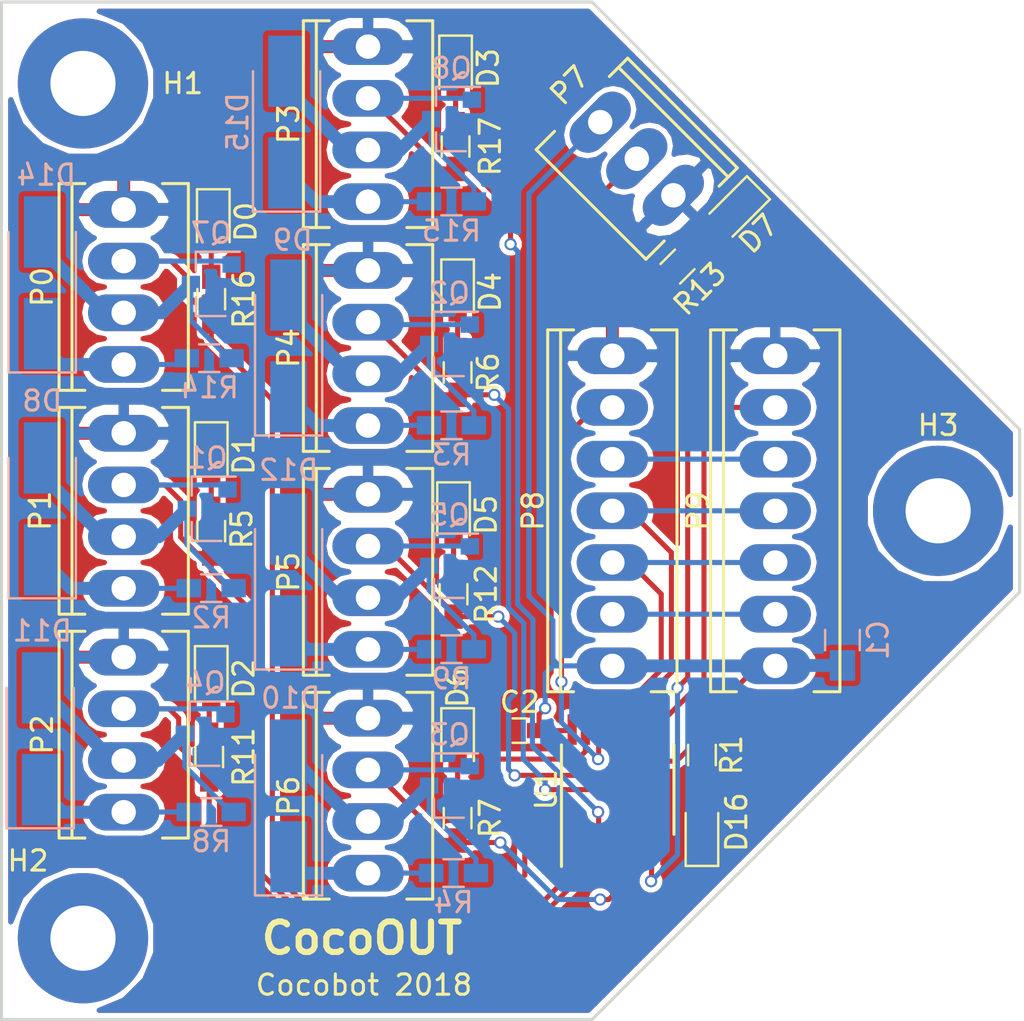
<source format=kicad_pcb>
(kicad_pcb (version 4) (host pcbnew 4.0.6)
  (layers (0 F.Cu signal) (31 B.Cu signal) (34 B.Paste user) (35 F.Paste user) (36 B.SilkS user) (37 F.SilkS user) (38 B.Mask user) (39 F.Mask user) (44 Edge.Cuts user))
  (net 0 "")
  (net 1 +3V3)
  (net 2 GND)
  (net 3 "Net-(D0-Pad2)")
  (net 4 "Net-(D1-Pad2)")
  (net 5 "Net-(D2-Pad2)")
  (net 6 "Net-(D3-Pad2)")
  (net 7 "Net-(D4-Pad2)")
  (net 8 "Net-(D5-Pad2)")
  (net 9 "Net-(D6-Pad2)")
  (net 10 "Net-(D7-Pad2)")
  (net 11 "Net-(D8-Pad2)")
  (net 12 "Net-(D9-Pad2)")
  (net 13 "Net-(D10-Pad2)")
  (net 14 "Net-(D11-Pad2)")
  (net 15 "Net-(D12-Pad2)")
  (net 16 "Net-(D14-Pad2)")
  (net 17 "Net-(D15-Pad2)")
  (net 18 "Net-(D16-Pad2)")
  (net 19 /ch0_3v3)
  (net 20 /ch1_3v3)
  (net 21 /ch2_3v3)
  (net 22 /ch3_3v3)
  (net 23 /ch4_3v3)
  (net 24 /ch5_3v3)
  (net 25 /ch6_3v3)
  (net 26 /ch7_3v3)
  (net 27 /set_output_3v3)
  (net 28 /sck_3v3)
  (net 29 /miso_3v3)
  (net 30 /mosi_3v3)
  (net 31 /load_input_3v3)
  (net 32 "Net-(P9-Pad6)")
  (net 33 "Net-(D8-Pad1)")
  (net 34 "Net-(D9-Pad1)")
  (net 35 "Net-(D10-Pad1)")
  (net 36 "Net-(D11-Pad1)")
  (net 37 "Net-(D12-Pad1)")
  (net 38 "Net-(D14-Pad1)")
  (net 39 "Net-(D15-Pad1)")
  (module Capacitors_SMD:C_0805_HandSoldering (layer B.Cu) (at 91.3 81.35 90)
    (fp_text reference C1 (at 0 1.75 90) (layer B.SilkS) (effects (justify mirror)))
    (fp_text value 10u)
    (pad 1 smd rect (at -1.25 0 90) (size 1.5 1.25) (layers B.Cu B.Paste B.Mask) (net 1 +3V3))
    (pad 2 smd rect (at 1.25 0 90) (size 1.5 1.25) (layers B.Cu B.Paste B.Mask) (net 2 GND))
  )
  (module Capacitors_SMD:C_0603_HandSoldering (layer F.Cu) (at 75.45 85.8 180)
    (fp_text reference C2 (at 0 1.4 180) (layer F.SilkS))
    (fp_text value 100n)
    (pad 1 smd rect (at -0.95 0 180) (size 1.2 0.75) (layers F.Cu F.Paste F.Mask) (net 1 +3V3))
    (pad 2 smd rect (at 0.95 0 180) (size 1.2 0.75) (layers F.Cu F.Paste F.Mask) (net 2 GND))
  )
  (module Diodes_SMD:D_0805 (layer F.Cu) (at 60.4 60.8 270)
    (fp_text reference D0 (at 0 -1.6 270) (layer F.SilkS))
    (fp_text value LED)
    (pad 1 smd rect (at -1.05 0 270) (size 0.8 0.9) (layers F.Cu F.Paste F.Mask) (net 2 GND))
    (pad 2 smd rect (at 1.05 0 270) (size 0.8 0.9) (layers F.Cu F.Paste F.Mask) (net 3 "Net-(D0-Pad2)"))
  )
  (module Diodes_SMD:D_0805 (layer F.Cu) (at 60.3 72.25 270)
    (fp_text reference D1 (at 0 -1.6 270) (layer F.SilkS))
    (fp_text value LED)
    (pad 1 smd rect (at -1.05 0 270) (size 0.8 0.9) (layers F.Cu F.Paste F.Mask) (net 2 GND))
    (pad 2 smd rect (at 1.05 0 270) (size 0.8 0.9) (layers F.Cu F.Paste F.Mask) (net 4 "Net-(D1-Pad2)"))
  )
  (module Diodes_SMD:D_0805 (layer F.Cu) (at 60.3 83.25 270)
    (fp_text reference D2 (at 0 -1.6 270) (layer F.SilkS))
    (fp_text value LED)
    (pad 1 smd rect (at -1.05 0 270) (size 0.8 0.9) (layers F.Cu F.Paste F.Mask) (net 2 GND))
    (pad 2 smd rect (at 1.05 0 270) (size 0.8 0.9) (layers F.Cu F.Paste F.Mask) (net 5 "Net-(D2-Pad2)"))
  )
  (module Diodes_SMD:D_0805 (layer F.Cu) (at 72.3 53.25 270)
    (fp_text reference D3 (at 0 -1.6 270) (layer F.SilkS))
    (fp_text value LED)
    (pad 1 smd rect (at -1.05 0 270) (size 0.8 0.9) (layers F.Cu F.Paste F.Mask) (net 2 GND))
    (pad 2 smd rect (at 1.05 0 270) (size 0.8 0.9) (layers F.Cu F.Paste F.Mask) (net 6 "Net-(D3-Pad2)"))
  )
  (module Diodes_SMD:D_0805 (layer F.Cu) (at 72.4 64.25 270)
    (fp_text reference D4 (at 0 -1.6 270) (layer F.SilkS))
    (fp_text value LED)
    (pad 1 smd rect (at -1.05 0 270) (size 0.8 0.9) (layers F.Cu F.Paste F.Mask) (net 2 GND))
    (pad 2 smd rect (at 1.05 0 270) (size 0.8 0.9) (layers F.Cu F.Paste F.Mask) (net 7 "Net-(D4-Pad2)"))
  )
  (module Diodes_SMD:D_0805 (layer F.Cu) (at 72.2 75.2 270)
    (fp_text reference D5 (at 0 -1.6 270) (layer F.SilkS))
    (fp_text value LED)
    (pad 1 smd rect (at -1.05 0 270) (size 0.8 0.9) (layers F.Cu F.Paste F.Mask) (net 2 GND))
    (pad 2 smd rect (at 1.05 0 270) (size 0.8 0.9) (layers F.Cu F.Paste F.Mask) (net 8 "Net-(D5-Pad2)"))
  )
  (module Diodes_SMD:D_0805 (layer F.Cu) (at 72.4 86.3 270)
    (fp_text reference D6 (at -2.6 0 270) (layer F.SilkS))
    (fp_text value LED)
    (pad 1 smd rect (at -1.05 0 270) (size 0.8 0.9) (layers F.Cu F.Paste F.Mask) (net 2 GND))
    (pad 2 smd rect (at 1.05 0 270) (size 0.8 0.9) (layers F.Cu F.Paste F.Mask) (net 9 "Net-(D6-Pad2)"))
  )
  (module Diodes_SMD:D_0805 (layer F.Cu) (at 86.042462 60.257538 225)
    (fp_text reference D7 (at 0 -1.6 225) (layer F.SilkS))
    (fp_text value LED)
    (pad 1 smd rect (at -1.05 0 225) (size 0.8 0.9) (layers F.Cu F.Paste F.Mask) (net 2 GND))
    (pad 2 smd rect (at 1.05 0 225) (size 0.8 0.9) (layers F.Cu F.Paste F.Mask) (net 10 "Net-(D7-Pad2)"))
  )
  (module Diodes_SMD:D_SMA_Handsoldering (layer B.Cu) (at 52 74.9 90)
    (fp_text reference D8 (at 5.3 0 180) (layer B.SilkS) (effects (justify mirror)))
    (fp_text value D)
    (pad 1 smd rect (at -2.5 0 90) (size 3.5 1.8) (layers B.Cu B.Paste B.Mask) (net 33 "Net-(D8-Pad1)"))
    (pad 2 smd rect (at 2.5 0 90) (size 3.5 1.8) (layers B.Cu B.Paste B.Mask) (net 11 "Net-(D8-Pad2)"))
  )
  (module Diodes_SMD:D_SMA_Handsoldering (layer B.Cu) (at 64.1 66.9 90)
    (fp_text reference D9 (at 5.2 0.2 180) (layer B.SilkS) (effects (justify mirror)))
    (fp_text value D)
    (pad 1 smd rect (at -2.5 0 90) (size 3.5 1.8) (layers B.Cu B.Paste B.Mask) (net 34 "Net-(D9-Pad1)"))
    (pad 2 smd rect (at 2.5 0 90) (size 3.5 1.8) (layers B.Cu B.Paste B.Mask) (net 12 "Net-(D9-Pad2)"))
  )
  (module Diodes_SMD:D_SMA_Handsoldering (layer B.Cu) (at 64.1 89.5 90)
    (fp_text reference D10 (at 5.3 0.1 180) (layer B.SilkS) (effects (justify mirror)))
    (fp_text value D)
    (pad 1 smd rect (at -2.5 0 90) (size 3.5 1.8) (layers B.Cu B.Paste B.Mask) (net 35 "Net-(D10-Pad1)"))
    (pad 2 smd rect (at 2.5 0 90) (size 3.5 1.8) (layers B.Cu B.Paste B.Mask) (net 13 "Net-(D10-Pad2)"))
  )
  (module Diodes_SMD:D_SMA_Handsoldering (layer B.Cu) (at 51.9 86.2 90)
    (fp_text reference D11 (at 5.3 0.1 180) (layer B.SilkS) (effects (justify mirror)))
    (fp_text value D)
    (pad 1 smd rect (at -2.5 0 90) (size 3.5 1.8) (layers B.Cu B.Paste B.Mask) (net 36 "Net-(D11-Pad1)"))
    (pad 2 smd rect (at 2.5 0 90) (size 3.5 1.8) (layers B.Cu B.Paste B.Mask) (net 14 "Net-(D11-Pad2)"))
  )
  (module Diodes_SMD:D_SMA_Handsoldering (layer B.Cu) (at 64.1 78.4 90)
    (fp_text reference D12 (at 5.4 0 180) (layer B.SilkS) (effects (justify mirror)))
    (fp_text value D)
    (pad 1 smd rect (at -2.5 0 90) (size 3.5 1.8) (layers B.Cu B.Paste B.Mask) (net 37 "Net-(D12-Pad1)"))
    (pad 2 smd rect (at 2.5 0 90) (size 3.5 1.8) (layers B.Cu B.Paste B.Mask) (net 15 "Net-(D12-Pad2)"))
  )
  (module Diodes_SMD:D_SMA_Handsoldering (layer B.Cu) (at 52 63.8 90)
    (fp_text reference D14 (at 5.3 0.2 180) (layer B.SilkS) (effects (justify mirror)))
    (fp_text value D)
    (pad 1 smd rect (at -2.5 0 90) (size 3.5 1.8) (layers B.Cu B.Paste B.Mask) (net 38 "Net-(D14-Pad1)"))
    (pad 2 smd rect (at 2.5 0 90) (size 3.5 1.8) (layers B.Cu B.Paste B.Mask) (net 16 "Net-(D14-Pad2)"))
  )
  (module Diodes_SMD:D_SMA_Handsoldering (layer B.Cu) (at 64 55.9 90)
    (fp_text reference D15 (at 0 -2.4 270) (layer B.SilkS) (effects (justify mirror)))
    (fp_text value D)
    (pad 1 smd rect (at -2.5 0 90) (size 3.5 1.8) (layers B.Cu B.Paste B.Mask) (net 39 "Net-(D15-Pad1)"))
    (pad 2 smd rect (at 2.5 0 90) (size 3.5 1.8) (layers B.Cu B.Paste B.Mask) (net 17 "Net-(D15-Pad2)"))
  )
  (module Diodes_SMD:D_0805 (layer F.Cu) (at 84.4 90.85 90)
    (fp_text reference D16 (at 0.55 1.7 90) (layer F.SilkS))
    (fp_text value LED)
    (pad 1 smd rect (at -1.05 0 90) (size 0.8 0.9) (layers F.Cu F.Paste F.Mask) (net 2 GND))
    (pad 2 smd rect (at 1.05 0 90) (size 0.8 0.9) (layers F.Cu F.Paste F.Mask) (net 18 "Net-(D16-Pad2)"))
  )
  (module Mounting_Holes:MountingHole_3.2mm_M3_Pad (layer F.Cu) (at 54 54)
    (fp_text reference H1 (at 4.9 0) (layer F.SilkS))
    (fp_text value CONN_01X01)
    (pad 1 thru_hole circle (at 0 0) (size 6.4 6.4) (drill 3.2) (layers *.Cu *.Mask))
  )
  (module Mounting_Holes:MountingHole_3.2mm_M3_Pad (layer F.Cu) (at 54 96)
    (fp_text reference H2 (at -2.7 -3.8) (layer F.SilkS))
    (fp_text value CONN_01X01)
    (pad 1 thru_hole circle (at 0 0) (size 6.4 6.4) (drill 3.2) (layers *.Cu *.Mask))
  )
  (module Mounting_Holes:MountingHole_3.2mm_M3_Pad (layer F.Cu) (at 96 75)
    (fp_text reference H3 (at 0 -4.2) (layer F.SilkS))
    (fp_text value CONN_01X01)
    (pad 1 thru_hole circle (at 0 0) (size 6.4 6.4) (drill 3.2) (layers *.Cu *.Mask))
  )
  (module Sockets_MOLEX_KK-System:Socket_MOLEX-KK-RM2-54mm_Lock_4pin_straight (layer F.Cu) (at 56 64 90)
    (fp_text reference P0 (at 0 -4 90) (layer F.SilkS))
    (fp_text value CONN_01X04)
    (pad 1 thru_hole oval (at -3.81 0 90) (size 1.80086 3.50012) (drill 1.19888) (layers *.Cu *.Mask) (net 38 "Net-(D14-Pad1)"))
    (pad 2 thru_hole oval (at -1.27 0 90) (size 1.80086 3.50012) (drill 1.19888) (layers *.Cu *.Mask) (net 16 "Net-(D14-Pad2)"))
    (pad 3 thru_hole oval (at 1.27 0 90) (size 1.80086 3.50012) (drill 1.19888) (layers *.Cu *.Mask) (net 19 /ch0_3v3))
    (pad 4 thru_hole oval (at 3.81 0 90) (size 1.80086 3.50012) (drill 1.19888) (layers *.Cu *.Mask) (net 2 GND))
  )
  (module Sockets_MOLEX_KK-System:Socket_MOLEX-KK-RM2-54mm_Lock_4pin_straight (layer F.Cu) (at 56 75 90)
    (fp_text reference P1 (at 0 -4.1 90) (layer F.SilkS))
    (fp_text value CONN_01X04)
    (pad 1 thru_hole oval (at -3.81 0 90) (size 1.80086 3.50012) (drill 1.19888) (layers *.Cu *.Mask) (net 33 "Net-(D8-Pad1)"))
    (pad 2 thru_hole oval (at -1.27 0 90) (size 1.80086 3.50012) (drill 1.19888) (layers *.Cu *.Mask) (net 11 "Net-(D8-Pad2)"))
    (pad 3 thru_hole oval (at 1.27 0 90) (size 1.80086 3.50012) (drill 1.19888) (layers *.Cu *.Mask) (net 20 /ch1_3v3))
    (pad 4 thru_hole oval (at 3.81 0 90) (size 1.80086 3.50012) (drill 1.19888) (layers *.Cu *.Mask) (net 2 GND))
  )
  (module Sockets_MOLEX_KK-System:Socket_MOLEX-KK-RM2-54mm_Lock_4pin_straight (layer F.Cu) (at 56 86 90)
    (fp_text reference P2 (at 0 -4 90) (layer F.SilkS))
    (fp_text value CONN_01X04)
    (pad 1 thru_hole oval (at -3.81 0 90) (size 1.80086 3.50012) (drill 1.19888) (layers *.Cu *.Mask) (net 36 "Net-(D11-Pad1)"))
    (pad 2 thru_hole oval (at -1.27 0 90) (size 1.80086 3.50012) (drill 1.19888) (layers *.Cu *.Mask) (net 14 "Net-(D11-Pad2)"))
    (pad 3 thru_hole oval (at 1.27 0 90) (size 1.80086 3.50012) (drill 1.19888) (layers *.Cu *.Mask) (net 21 /ch2_3v3))
    (pad 4 thru_hole oval (at 3.81 0 90) (size 1.80086 3.50012) (drill 1.19888) (layers *.Cu *.Mask) (net 2 GND))
  )
  (module Sockets_MOLEX_KK-System:Socket_MOLEX-KK-RM2-54mm_Lock_4pin_straight (layer F.Cu) (at 68 56 90)
    (fp_text reference P3 (at 0 -3.9 90) (layer F.SilkS))
    (fp_text value CONN_01X04)
    (pad 1 thru_hole oval (at -3.81 0 90) (size 1.80086 3.50012) (drill 1.19888) (layers *.Cu *.Mask) (net 39 "Net-(D15-Pad1)"))
    (pad 2 thru_hole oval (at -1.27 0 90) (size 1.80086 3.50012) (drill 1.19888) (layers *.Cu *.Mask) (net 17 "Net-(D15-Pad2)"))
    (pad 3 thru_hole oval (at 1.27 0 90) (size 1.80086 3.50012) (drill 1.19888) (layers *.Cu *.Mask) (net 22 /ch3_3v3))
    (pad 4 thru_hole oval (at 3.81 0 90) (size 1.80086 3.50012) (drill 1.19888) (layers *.Cu *.Mask) (net 2 GND))
  )
  (module Sockets_MOLEX_KK-System:Socket_MOLEX-KK-RM2-54mm_Lock_4pin_straight (layer F.Cu) (at 68 67 90)
    (fp_text reference P4 (at 0 -3.9 90) (layer F.SilkS))
    (fp_text value CONN_01X04)
    (pad 1 thru_hole oval (at -3.81 0 90) (size 1.80086 3.50012) (drill 1.19888) (layers *.Cu *.Mask) (net 34 "Net-(D9-Pad1)"))
    (pad 2 thru_hole oval (at -1.27 0 90) (size 1.80086 3.50012) (drill 1.19888) (layers *.Cu *.Mask) (net 12 "Net-(D9-Pad2)"))
    (pad 3 thru_hole oval (at 1.27 0 90) (size 1.80086 3.50012) (drill 1.19888) (layers *.Cu *.Mask) (net 23 /ch4_3v3))
    (pad 4 thru_hole oval (at 3.81 0 90) (size 1.80086 3.50012) (drill 1.19888) (layers *.Cu *.Mask) (net 2 GND))
  )
  (module Sockets_MOLEX_KK-System:Socket_MOLEX-KK-RM2-54mm_Lock_4pin_straight (layer F.Cu) (at 68 78 90)
    (fp_text reference P5 (at 0 -3.9 90) (layer F.SilkS))
    (fp_text value CONN_01X04)
    (pad 1 thru_hole oval (at -3.81 0 90) (size 1.80086 3.50012) (drill 1.19888) (layers *.Cu *.Mask) (net 37 "Net-(D12-Pad1)"))
    (pad 2 thru_hole oval (at -1.27 0 90) (size 1.80086 3.50012) (drill 1.19888) (layers *.Cu *.Mask) (net 15 "Net-(D12-Pad2)"))
    (pad 3 thru_hole oval (at 1.27 0 90) (size 1.80086 3.50012) (drill 1.19888) (layers *.Cu *.Mask) (net 24 /ch5_3v3))
    (pad 4 thru_hole oval (at 3.81 0 90) (size 1.80086 3.50012) (drill 1.19888) (layers *.Cu *.Mask) (net 2 GND))
  )
  (module Sockets_MOLEX_KK-System:Socket_MOLEX-KK-RM2-54mm_Lock_4pin_straight (layer F.Cu) (at 68 89 90)
    (fp_text reference P6 (at 0 -3.9 90) (layer F.SilkS))
    (fp_text value CONN_01X04)
    (pad 1 thru_hole oval (at -3.81 0 90) (size 1.80086 3.50012) (drill 1.19888) (layers *.Cu *.Mask) (net 35 "Net-(D10-Pad1)"))
    (pad 2 thru_hole oval (at -1.27 0 90) (size 1.80086 3.50012) (drill 1.19888) (layers *.Cu *.Mask) (net 13 "Net-(D10-Pad2)"))
    (pad 3 thru_hole oval (at 1.27 0 90) (size 1.80086 3.50012) (drill 1.19888) (layers *.Cu *.Mask) (net 25 /ch6_3v3))
    (pad 4 thru_hole oval (at 3.81 0 90) (size 1.80086 3.50012) (drill 1.19888) (layers *.Cu *.Mask) (net 2 GND))
  )
  (module espitall:Socket_MOLEX-KK-RM2-54mm_Lock_7pin_straight (layer F.Cu) (at 80 75 90)
    (fp_text reference P8 (at 0 -3.9 90) (layer F.SilkS))
    (fp_text value CONN_01X07)
    (pad 1 thru_hole oval (at -7.62 0 90) (size 1.80086 3.50012) (drill 1.19888) (layers *.Cu *.Mask) (net 1 +3V3))
    (pad 3 thru_hole oval (at -2.54 0 90) (size 1.80086 3.50012) (drill 1.19888) (layers *.Cu *.Mask) (net 27 /set_output_3v3))
    (pad 4 thru_hole oval (at 0 0 90) (size 1.80086 3.50012) (drill 1.19888) (layers *.Cu *.Mask) (net 28 /sck_3v3))
    (pad 5 thru_hole oval (at 2.54 0 90) (size 1.80086 3.50012) (drill 1.19888) (layers *.Cu *.Mask) (net 29 /miso_3v3))
    (pad 6 thru_hole oval (at 5.08 0 90) (size 1.80086 3.50012) (drill 1.19888) (layers *.Cu *.Mask) (net 30 /mosi_3v3))
    (pad 7 thru_hole oval (at 7.62 0 90) (size 1.80086 3.50012) (drill 1.19888) (layers *.Cu *.Mask) (net 2 GND))
    (pad 2 thru_hole oval (at -5.08 0 90) (size 1.80086 3.50012) (drill 1.19888) (layers *.Cu *.Mask) (net 31 /load_input_3v3))
  )
  (module espitall:Socket_MOLEX-KK-RM2-54mm_Lock_7pin_straight (layer F.Cu) (at 88 75 90)
    (fp_text reference P9 (at 0 -3.8 90) (layer F.SilkS))
    (fp_text value CONN_01X07)
    (pad 1 thru_hole oval (at -7.62 0 90) (size 1.80086 3.50012) (drill 1.19888) (layers *.Cu *.Mask) (net 1 +3V3))
    (pad 3 thru_hole oval (at -2.54 0 90) (size 1.80086 3.50012) (drill 1.19888) (layers *.Cu *.Mask) (net 27 /set_output_3v3))
    (pad 4 thru_hole oval (at 0 0 90) (size 1.80086 3.50012) (drill 1.19888) (layers *.Cu *.Mask) (net 28 /sck_3v3))
    (pad 5 thru_hole oval (at 2.54 0 90) (size 1.80086 3.50012) (drill 1.19888) (layers *.Cu *.Mask) (net 29 /miso_3v3))
    (pad 6 thru_hole oval (at 5.08 0 90) (size 1.80086 3.50012) (drill 1.19888) (layers *.Cu *.Mask) (net 32 "Net-(P9-Pad6)"))
    (pad 7 thru_hole oval (at 7.62 0 90) (size 1.80086 3.50012) (drill 1.19888) (layers *.Cu *.Mask) (net 2 GND))
    (pad 2 thru_hole oval (at -5.08 0 90) (size 1.80086 3.50012) (drill 1.19888) (layers *.Cu *.Mask) (net 31 /load_input_3v3))
  )
  (module TO_SOT_Packages_SMD:SOT-23 (layer B.Cu) (at 60.1 74.9 180)
    (fp_text reference Q1 (at 0 2.5 180) (layer B.SilkS) (effects (justify mirror)))
    (fp_text value DMN2041L-7)
    (pad 1 smd rect (at -1 0.95 180) (size 0.9 0.8) (layers B.Cu B.Paste B.Mask) (net 20 /ch1_3v3))
    (pad 2 smd rect (at -1 -0.95 180) (size 0.9 0.8) (layers B.Cu B.Paste B.Mask) (net 2 GND))
    (pad 3 smd rect (at 1 0 180) (size 0.9 0.8) (layers B.Cu B.Paste B.Mask) (net 11 "Net-(D8-Pad2)"))
  )
  (module TO_SOT_Packages_SMD:SOT-23 (layer B.Cu) (at 72 66.8 180)
    (fp_text reference Q2 (at 0 2.5 180) (layer B.SilkS) (effects (justify mirror)))
    (fp_text value DMN2041L-7)
    (pad 1 smd rect (at -1 0.95 180) (size 0.9 0.8) (layers B.Cu B.Paste B.Mask) (net 23 /ch4_3v3))
    (pad 2 smd rect (at -1 -0.95 180) (size 0.9 0.8) (layers B.Cu B.Paste B.Mask) (net 2 GND))
    (pad 3 smd rect (at 1 0 180) (size 0.9 0.8) (layers B.Cu B.Paste B.Mask) (net 12 "Net-(D9-Pad2)"))
  )
  (module TO_SOT_Packages_SMD:SOT-23 (layer B.Cu) (at 72 88.5 180)
    (fp_text reference Q3 (at 0 2.5 180) (layer B.SilkS) (effects (justify mirror)))
    (fp_text value DMN2041L-7)
    (pad 1 smd rect (at -1 0.95 180) (size 0.9 0.8) (layers B.Cu B.Paste B.Mask) (net 25 /ch6_3v3))
    (pad 2 smd rect (at -1 -0.95 180) (size 0.9 0.8) (layers B.Cu B.Paste B.Mask) (net 2 GND))
    (pad 3 smd rect (at 1 0 180) (size 0.9 0.8) (layers B.Cu B.Paste B.Mask) (net 13 "Net-(D10-Pad2)"))
  )
  (module TO_SOT_Packages_SMD:SOT-23 (layer B.Cu) (at 60 85.95 180)
    (fp_text reference Q4 (at 0 2.5 180) (layer B.SilkS) (effects (justify mirror)))
    (fp_text value DMN2041L-7)
    (pad 1 smd rect (at -1 0.95 180) (size 0.9 0.8) (layers B.Cu B.Paste B.Mask) (net 21 /ch2_3v3))
    (pad 2 smd rect (at -1 -0.95 180) (size 0.9 0.8) (layers B.Cu B.Paste B.Mask) (net 2 GND))
    (pad 3 smd rect (at 1 0 180) (size 0.9 0.8) (layers B.Cu B.Paste B.Mask) (net 14 "Net-(D11-Pad2)"))
  )
  (module TO_SOT_Packages_SMD:SOT-23 (layer B.Cu) (at 72 77.7 180)
    (fp_text reference Q5 (at 0 2.5 180) (layer B.SilkS) (effects (justify mirror)))
    (fp_text value DMN2041L-7)
    (pad 1 smd rect (at -1 0.95 180) (size 0.9 0.8) (layers B.Cu B.Paste B.Mask) (net 24 /ch5_3v3))
    (pad 2 smd rect (at -1 -0.95 180) (size 0.9 0.8) (layers B.Cu B.Paste B.Mask) (net 2 GND))
    (pad 3 smd rect (at 1 0 180) (size 0.9 0.8) (layers B.Cu B.Paste B.Mask) (net 15 "Net-(D12-Pad2)"))
  )
  (module TO_SOT_Packages_SMD:SOT-23 (layer B.Cu) (at 60.3 63.85 180)
    (fp_text reference Q7 (at 0 2.5 180) (layer B.SilkS) (effects (justify mirror)))
    (fp_text value DMN2041L-7)
    (pad 1 smd rect (at -1 0.95 180) (size 0.9 0.8) (layers B.Cu B.Paste B.Mask) (net 19 /ch0_3v3))
    (pad 2 smd rect (at -1 -0.95 180) (size 0.9 0.8) (layers B.Cu B.Paste B.Mask) (net 2 GND))
    (pad 3 smd rect (at 1 0 180) (size 0.9 0.8) (layers B.Cu B.Paste B.Mask) (net 16 "Net-(D14-Pad2)"))
  )
  (module TO_SOT_Packages_SMD:SOT-23 (layer B.Cu) (at 72.1 55.75 180)
    (fp_text reference Q8 (at 0 2.5 180) (layer B.SilkS) (effects (justify mirror)))
    (fp_text value DMN2041L-7)
    (pad 1 smd rect (at -1 0.95 180) (size 0.9 0.8) (layers B.Cu B.Paste B.Mask) (net 22 /ch3_3v3))
    (pad 2 smd rect (at -1 -0.95 180) (size 0.9 0.8) (layers B.Cu B.Paste B.Mask) (net 2 GND))
    (pad 3 smd rect (at 1 0 180) (size 0.9 0.8) (layers B.Cu B.Paste B.Mask) (net 17 "Net-(D15-Pad2)"))
  )
  (module Resistors_SMD:R_0603_HandSoldering (layer F.Cu) (at 84.4 87 270)
    (fp_text reference R1 (at 0 -1.45 270) (layer F.SilkS))
    (fp_text value 220)
    (pad 1 smd rect (at -1.1 0 270) (size 1.2 0.9) (layers F.Cu F.Paste F.Mask) (net 1 +3V3))
    (pad 2 smd rect (at 1.1 0 270) (size 1.2 0.9) (layers F.Cu F.Paste F.Mask) (net 18 "Net-(D16-Pad2)"))
  )
  (module Resistors_SMD:R_0603_HandSoldering (layer B.Cu) (at 60.3 78.8)
    (fp_text reference R2 (at 0 1.45) (layer B.SilkS) (effects (justify mirror)))
    (fp_text value R)
    (pad 1 smd rect (at -1.1 0) (size 1.2 0.9) (layers B.Cu B.Paste B.Mask) (net 33 "Net-(D8-Pad1)"))
    (pad 2 smd rect (at 1.1 0) (size 1.2 0.9) (layers B.Cu B.Paste B.Mask) (net 11 "Net-(D8-Pad2)"))
  )
  (module Resistors_SMD:R_0603_HandSoldering (layer B.Cu) (at 72.1 70.8)
    (fp_text reference R3 (at 0 1.45) (layer B.SilkS) (effects (justify mirror)))
    (fp_text value R)
    (pad 1 smd rect (at -1.1 0) (size 1.2 0.9) (layers B.Cu B.Paste B.Mask) (net 34 "Net-(D9-Pad1)"))
    (pad 2 smd rect (at 1.1 0) (size 1.2 0.9) (layers B.Cu B.Paste B.Mask) (net 12 "Net-(D9-Pad2)"))
  )
  (module Resistors_SMD:R_0603_HandSoldering (layer B.Cu) (at 72.2 92.8)
    (fp_text reference R4 (at 0 1.45) (layer B.SilkS) (effects (justify mirror)))
    (fp_text value R)
    (pad 1 smd rect (at -1.1 0) (size 1.2 0.9) (layers B.Cu B.Paste B.Mask) (net 35 "Net-(D10-Pad1)"))
    (pad 2 smd rect (at 1.1 0) (size 1.2 0.9) (layers B.Cu B.Paste B.Mask) (net 13 "Net-(D10-Pad2)"))
  )
  (module Resistors_SMD:R_0603_HandSoldering (layer F.Cu) (at 60.3 76 90)
    (fp_text reference R5 (at 0.1 1.5 90) (layer F.SilkS))
    (fp_text value 220)
    (pad 1 smd rect (at -1.1 0 90) (size 1.2 0.9) (layers F.Cu F.Paste F.Mask) (net 20 /ch1_3v3))
    (pad 2 smd rect (at 1.1 0 90) (size 1.2 0.9) (layers F.Cu F.Paste F.Mask) (net 4 "Net-(D1-Pad2)"))
  )
  (module Resistors_SMD:R_0603_HandSoldering (layer F.Cu) (at 72.4 68.2 90)
    (fp_text reference R6 (at 0 1.5 90) (layer F.SilkS))
    (fp_text value 220)
    (pad 1 smd rect (at -1.1 0 90) (size 1.2 0.9) (layers F.Cu F.Paste F.Mask) (net 23 /ch4_3v3))
    (pad 2 smd rect (at 1.1 0 90) (size 1.2 0.9) (layers F.Cu F.Paste F.Mask) (net 7 "Net-(D4-Pad2)"))
  )
  (module Resistors_SMD:R_0603_HandSoldering (layer F.Cu) (at 72.4 90.1 90)
    (fp_text reference R7 (at 0 1.6 90) (layer F.SilkS))
    (fp_text value 220)
    (pad 1 smd rect (at -1.1 0 90) (size 1.2 0.9) (layers F.Cu F.Paste F.Mask) (net 25 /ch6_3v3))
    (pad 2 smd rect (at 1.1 0 90) (size 1.2 0.9) (layers F.Cu F.Paste F.Mask) (net 9 "Net-(D6-Pad2)"))
  )
  (module Resistors_SMD:R_0603_HandSoldering (layer B.Cu) (at 60.3 89.8)
    (fp_text reference R8 (at 0 1.45) (layer B.SilkS) (effects (justify mirror)))
    (fp_text value R)
    (pad 1 smd rect (at -1.1 0) (size 1.2 0.9) (layers B.Cu B.Paste B.Mask) (net 36 "Net-(D11-Pad1)"))
    (pad 2 smd rect (at 1.1 0) (size 1.2 0.9) (layers B.Cu B.Paste B.Mask) (net 14 "Net-(D11-Pad2)"))
  )
  (module Resistors_SMD:R_0603_HandSoldering (layer B.Cu) (at 72.1 81.8)
    (fp_text reference R9 (at 0 1.45) (layer B.SilkS) (effects (justify mirror)))
    (fp_text value R)
    (pad 1 smd rect (at -1.1 0) (size 1.2 0.9) (layers B.Cu B.Paste B.Mask) (net 37 "Net-(D12-Pad1)"))
    (pad 2 smd rect (at 1.1 0) (size 1.2 0.9) (layers B.Cu B.Paste B.Mask) (net 15 "Net-(D12-Pad2)"))
  )
  (module Resistors_SMD:R_0603_HandSoldering (layer F.Cu) (at 60.2 87.1 90)
    (fp_text reference R11 (at 0 1.7 90) (layer F.SilkS))
    (fp_text value 220)
    (pad 1 smd rect (at -1.1 0 90) (size 1.2 0.9) (layers F.Cu F.Paste F.Mask) (net 21 /ch2_3v3))
    (pad 2 smd rect (at 1.1 0 90) (size 1.2 0.9) (layers F.Cu F.Paste F.Mask) (net 5 "Net-(D2-Pad2)"))
  )
  (module Resistors_SMD:R_0603_HandSoldering (layer F.Cu) (at 72.2 79.1 90)
    (fp_text reference R12 (at 0 1.6 90) (layer F.SilkS))
    (fp_text value 220)
    (pad 1 smd rect (at -1.1 0 90) (size 1.2 0.9) (layers F.Cu F.Paste F.Mask) (net 24 /ch5_3v3))
    (pad 2 smd rect (at 1.1 0 90) (size 1.2 0.9) (layers F.Cu F.Paste F.Mask) (net 8 "Net-(D5-Pad2)"))
  )
  (module Resistors_SMD:R_0603_HandSoldering (layer F.Cu) (at 83.2 63 45)
    (fp_text reference R13 (at 0 1.555635 45) (layer F.SilkS))
    (fp_text value 220)
    (pad 1 smd rect (at -1.1 0 45) (size 1.2 0.9) (layers F.Cu F.Paste F.Mask) (net 26 /ch7_3v3))
    (pad 2 smd rect (at 1.1 0 45) (size 1.2 0.9) (layers F.Cu F.Paste F.Mask) (net 10 "Net-(D7-Pad2)"))
  )
  (module Resistors_SMD:R_0603_HandSoldering (layer B.Cu) (at 60.2 67.5)
    (fp_text reference R14 (at 0 1.45) (layer B.SilkS) (effects (justify mirror)))
    (fp_text value R)
    (pad 1 smd rect (at -1.1 0) (size 1.2 0.9) (layers B.Cu B.Paste B.Mask) (net 38 "Net-(D14-Pad1)"))
    (pad 2 smd rect (at 1.1 0) (size 1.2 0.9) (layers B.Cu B.Paste B.Mask) (net 16 "Net-(D14-Pad2)"))
  )
  (module Resistors_SMD:R_0603_HandSoldering (layer B.Cu) (at 72.1 59.8)
    (fp_text reference R15 (at 0 1.45) (layer B.SilkS) (effects (justify mirror)))
    (fp_text value R)
    (pad 1 smd rect (at -1.1 0) (size 1.2 0.9) (layers B.Cu B.Paste B.Mask) (net 39 "Net-(D15-Pad1)"))
    (pad 2 smd rect (at 1.1 0) (size 1.2 0.9) (layers B.Cu B.Paste B.Mask) (net 17 "Net-(D15-Pad2)"))
  )
  (module Resistors_SMD:R_0603_HandSoldering (layer F.Cu) (at 60.3 64.6 90)
    (fp_text reference R16 (at 0 1.6 90) (layer F.SilkS))
    (fp_text value 220)
    (pad 1 smd rect (at -1.1 0 90) (size 1.2 0.9) (layers F.Cu F.Paste F.Mask) (net 19 /ch0_3v3))
    (pad 2 smd rect (at 1.1 0 90) (size 1.2 0.9) (layers F.Cu F.Paste F.Mask) (net 3 "Net-(D0-Pad2)"))
  )
  (module Resistors_SMD:R_0603_HandSoldering (layer F.Cu) (at 72.3 57.1 90)
    (fp_text reference R17 (at 0 1.7 90) (layer F.SilkS))
    (fp_text value 220)
    (pad 1 smd rect (at -1.1 0 90) (size 1.2 0.9) (layers F.Cu F.Paste F.Mask) (net 22 /ch3_3v3))
    (pad 2 smd rect (at 1.1 0 90) (size 1.2 0.9) (layers F.Cu F.Paste F.Mask) (net 6 "Net-(D3-Pad2)"))
  )
  (module Housings_SSOP:TSSOP-16_4.4x5mm_Pitch0.65mm (layer F.Cu) (at 80.3 88.7 90)
    (fp_text reference U1 (at 0 -3.55 90) (layer F.SilkS))
    (fp_text value 74HC595T16-13)
    (pad 1 smd rect (at -2.95 -2.275 90) (size 1.5 0.45) (layers F.Cu F.Paste F.Mask) (net 20 /ch1_3v3))
    (pad 2 smd rect (at -2.95 -1.625 90) (size 1.5 0.45) (layers F.Cu F.Paste F.Mask) (net 21 /ch2_3v3))
    (pad 3 smd rect (at -2.95 -0.975 90) (size 1.5 0.45) (layers F.Cu F.Paste F.Mask) (net 22 /ch3_3v3))
    (pad 4 smd rect (at -2.95 -0.325 90) (size 1.5 0.45) (layers F.Cu F.Paste F.Mask) (net 23 /ch4_3v3))
    (pad 5 smd rect (at -2.95 0.325 90) (size 1.5 0.45) (layers F.Cu F.Paste F.Mask) (net 24 /ch5_3v3))
    (pad 6 smd rect (at -2.95 0.975 90) (size 1.5 0.45) (layers F.Cu F.Paste F.Mask) (net 25 /ch6_3v3))
    (pad 7 smd rect (at -2.95 1.625 90) (size 1.5 0.45) (layers F.Cu F.Paste F.Mask) (net 26 /ch7_3v3))
    (pad 8 smd rect (at -2.95 2.275 90) (size 1.5 0.45) (layers F.Cu F.Paste F.Mask) (net 2 GND))
    (pad 9 smd rect (at 2.95 2.275 90) (size 1.5 0.45) (layers F.Cu F.Paste F.Mask) (net 32 "Net-(P9-Pad6)"))
    (pad 10 smd rect (at 2.95 1.625 90) (size 1.5 0.45) (layers F.Cu F.Paste F.Mask) (net 1 +3V3))
    (pad 11 smd rect (at 2.95 0.975 90) (size 1.5 0.45) (layers F.Cu F.Paste F.Mask) (net 28 /sck_3v3))
    (pad 12 smd rect (at 2.95 0.325 90) (size 1.5 0.45) (layers F.Cu F.Paste F.Mask) (net 27 /set_output_3v3))
    (pad 13 smd rect (at 2.95 -0.325 90) (size 1.5 0.45) (layers F.Cu F.Paste F.Mask) (net 2 GND))
    (pad 14 smd rect (at 2.95 -0.975 90) (size 1.5 0.45) (layers F.Cu F.Paste F.Mask) (net 30 /mosi_3v3))
    (pad 15 smd rect (at 2.95 -1.625 90) (size 1.5 0.45) (layers F.Cu F.Paste F.Mask) (net 19 /ch0_3v3))
    (pad 16 smd rect (at 2.95 -2.275 90) (size 1.5 0.45) (layers F.Cu F.Paste F.Mask) (net 1 +3V3))
  )
  (module Sockets_MOLEX_KK-System:Socket_MOLEX-KK-RM2-54mm_Lock_3pin_straight (layer F.Cu) (at 81.2 57.7 315)
    (fp_text reference P7 (at -4.879037 -0.212132 405) (layer F.SilkS))
    (fp_text value CONN_01X03)
    (pad 1 thru_hole oval (at -2.54 0 315) (size 1.80086 3.50012) (drill 1.19888) (layers *.Cu *.Mask) (net 1 +3V3))
    (pad 2 thru_hole oval (at 0 0 315) (size 1.80086 3.50012) (drill 1.19888) (layers *.Cu *.Mask) (net 26 /ch7_3v3))
    (pad 3 thru_hole oval (at 2.54 0 315) (size 1.80086 3.50012) (drill 1.19888) (layers *.Cu *.Mask) (net 2 GND))
  )
  (gr_text "Cocobot 2018" (at 67.8 98.3) (layer F.SilkS) (effects (font (size 1 1))))
  (gr_text CocoOUT (at 67.7 96) (layer F.SilkS) (effects (font (size 1.5 1.5) (thickness 0.3))))
  (gr_line (start 100 71) (end 79 50) (layer Edge.Cuts) (width 0.15))
  (gr_line (start 100 79) (end 79 100) (layer Edge.Cuts) (width 0.15))
  (gr_line (start 50 50) (end 50 100) (layer Edge.Cuts) (width 0.15))
  (gr_line (start 100 71) (end 100 79) (layer Edge.Cuts) (width 0.15))
  (gr_line (start 50 100) (end 79 100) (layer Edge.Cuts) (width 0.15))
  (gr_line (start 50 50) (end 79 50) (layer Edge.Cuts) (width 0.15))
  (segment (start 77.08 82.3) (end 77.08 80.38) (width 0.25) (layer B.Cu) (net 1))
  (segment (start 77.08 80.38) (end 75.9 79.2) (width 0.25) (layer B.Cu) (net 1))
  (segment (start 75.9 79.2) (end 75.9 59.407898) (width 0.25) (layer B.Cu) (net 1))
  (segment (start 75.9 59.407898) (end 79.403949 55.903949) (width 0.25) (layer B.Cu) (net 1))
  (segment (start 77.4 82.62) (end 80 82.62) (width 0.25) (layer B.Cu) (net 1))
  (segment (start 77.08 82.62) (end 77.4 82.62) (width 0.25) (layer B.Cu) (net 1))
  (segment (start 77.4 82.62) (end 77.08 82.3) (width 0.25) (layer B.Cu) (net 1))
  (segment (start 77.08 82.62) (end 77.08 82.3) (width 0.25) (layer B.Cu) (net 1))
  (segment (start 81.925 85.75) (end 81.925 86.75) (width 0.25) (layer F.Cu) (net 1))
  (segment (start 81.925 86.75) (end 82.475 87.3) (width 0.25) (layer F.Cu) (net 1))
  (segment (start 83.15 87.3) (end 84.4 86.05) (width 0.25) (layer F.Cu) (net 1))
  (segment (start 82.475 87.3) (end 83.15 87.3) (width 0.25) (layer F.Cu) (net 1))
  (segment (start 84.4 86.05) (end 84.4 85.9) (width 0.25) (layer F.Cu) (net 1))
  (segment (start 84.4 85.9) (end 84.4 85.37037) (width 0.25) (layer F.Cu) (net 1))
  (segment (start 84.4 85.37037) (end 87.15037 82.62) (width 0.25) (layer F.Cu) (net 1))
  (segment (start 87.15037 82.62) (end 88 82.62) (width 0.25) (layer F.Cu) (net 1))
  (segment (start 91.3 82.6) (end 88.02 82.6) (width 0.635) (layer B.Cu) (net 1))
  (segment (start 88.02 82.6) (end 88 82.62) (width 0.635) (layer B.Cu) (net 1))
  (segment (start 80 82.62) (end 88 82.62) (width 0.635) (layer B.Cu) (net 1))
  (segment (start 76.7 83) (end 77.08 82.62) (width 0.25) (layer B.Cu) (net 1))
  (segment (start 76.7 84.7) (end 76.7 83) (width 0.25) (layer B.Cu) (net 1))
  (segment (start 76.4 85.8) (end 76.4 85) (width 0.25) (layer F.Cu) (net 1))
  (segment (start 76.4 85) (end 76.7 84.7) (width 0.25) (layer F.Cu) (net 1))
  (via (at 76.7 84.7) (size 0.6) (drill 0.4) (layers F.Cu B.Cu) (net 1))
  (segment (start 76.4 85.8) (end 77.975 85.8) (width 0.25) (layer F.Cu) (net 1))
  (segment (start 77.975 85.8) (end 78.025 85.75) (width 0.25) (layer F.Cu) (net 1))
  (segment (start 74.5 85.8) (end 72.95 85.8) (width 0.25) (layer F.Cu) (net 2))
  (segment (start 72.95 85.8) (end 72.4 85.25) (width 0.25) (layer F.Cu) (net 2))
  (segment (start 72.4 63.2) (end 68.01 63.2) (width 0.635) (layer F.Cu) (net 2))
  (segment (start 68.01 63.2) (end 68 63.19) (width 0.635) (layer F.Cu) (net 2))
  (segment (start 80 67.38) (end 80 65.84457) (width 0.635) (layer F.Cu) (net 2))
  (segment (start 80 65.84457) (end 77.35543 63.2) (width 0.635) (layer F.Cu) (net 2))
  (segment (start 77.35543 63.2) (end 73.485 63.2) (width 0.635) (layer F.Cu) (net 2))
  (segment (start 73.485 63.2) (end 72.4 63.2) (width 0.635) (layer F.Cu) (net 2))
  (segment (start 88 67.38) (end 88 60.730152) (width 0.25) (layer F.Cu) (net 2))
  (segment (start 88 60.730152) (end 86.784924 59.515076) (width 0.25) (layer F.Cu) (net 2))
  (segment (start 85.3 59.5) (end 85.315076 59.515076) (width 0.25) (layer F.Cu) (net 2))
  (segment (start 85.315076 59.515076) (end 86.784924 59.515076) (width 0.25) (layer F.Cu) (net 2))
  (segment (start 84.3 60.5) (end 85.3 59.5) (width 0.25) (layer F.Cu) (net 2))
  (segment (start 84 60.5) (end 84.3 60.5) (width 0.25) (layer F.Cu) (net 2))
  (segment (start 82.996051 59.496051) (end 84 60.5) (width 0.25) (layer F.Cu) (net 2))
  (segment (start 82.575 91.65) (end 84.15 91.65) (width 0.25) (layer F.Cu) (net 2))
  (segment (start 84.15 91.65) (end 84.4 91.9) (width 0.25) (layer F.Cu) (net 2))
  (segment (start 91.3 68.2) (end 90.48 67.38) (width 0.635) (layer B.Cu) (net 2))
  (segment (start 90.48 67.38) (end 88 67.38) (width 0.635) (layer B.Cu) (net 2))
  (segment (start 91.3 80.1) (end 91.3 68.2) (width 0.635) (layer B.Cu) (net 2))
  (segment (start 88 67.38) (end 80 67.38) (width 0.635) (layer B.Cu) (net 2))
  (segment (start 79.975 84.75) (end 79.975 85.75) (width 0.25) (layer F.Cu) (net 2))
  (segment (start 79.299998 84.074998) (end 79.975 84.75) (width 0.25) (layer F.Cu) (net 2))
  (segment (start 74.5 85.175) (end 75.600002 84.074998) (width 0.25) (layer F.Cu) (net 2))
  (segment (start 75.600002 84.074998) (end 79.299998 84.074998) (width 0.25) (layer F.Cu) (net 2))
  (segment (start 74.5 85.8) (end 74.5 85.175) (width 0.25) (layer F.Cu) (net 2))
  (segment (start 79.975 85.75) (end 79.975 86.75) (width 0.25) (layer F.Cu) (net 2))
  (segment (start 79.975 86.75) (end 82.575 89.35) (width 0.25) (layer F.Cu) (net 2))
  (segment (start 82.575 89.35) (end 82.575 90.65) (width 0.25) (layer F.Cu) (net 2))
  (segment (start 82.575 90.65) (end 82.575 91.65) (width 0.25) (layer F.Cu) (net 2))
  (segment (start 73.967501 77.564001) (end 73.967501 75.935999) (width 0.635) (layer B.Cu) (net 2))
  (segment (start 73.967501 75.935999) (end 72.221502 74.19) (width 0.635) (layer B.Cu) (net 2))
  (segment (start 73 78.531502) (end 73.967501 77.564001) (width 0.635) (layer B.Cu) (net 2))
  (segment (start 72.221502 74.19) (end 70.38506 74.19) (width 0.635) (layer B.Cu) (net 2))
  (segment (start 73 78.65) (end 73 78.531502) (width 0.635) (layer B.Cu) (net 2))
  (segment (start 70.38506 74.19) (end 68 74.19) (width 0.635) (layer B.Cu) (net 2))
  (segment (start 72.281353 85.19) (end 70.38506 85.19) (width 0.635) (layer B.Cu) (net 2))
  (segment (start 73 89.45) (end 73.05 89.45) (width 0.635) (layer B.Cu) (net 2))
  (segment (start 74.085 86.993647) (end 72.281353 85.19) (width 0.635) (layer B.Cu) (net 2))
  (segment (start 70.38506 85.19) (end 68 85.19) (width 0.635) (layer B.Cu) (net 2))
  (segment (start 74.085 88.415) (end 74.085 86.993647) (width 0.635) (layer B.Cu) (net 2))
  (segment (start 73.05 89.45) (end 74.085 88.415) (width 0.635) (layer B.Cu) (net 2))
  (segment (start 72.3 52.2) (end 68.01 52.2) (width 0.635) (layer F.Cu) (net 2))
  (segment (start 68.01 52.2) (end 68 52.19) (width 0.635) (layer F.Cu) (net 2))
  (segment (start 72.31 52.19) (end 72.3 52.2) (width 0.635) (layer F.Cu) (net 2))
  (segment (start 64.2 83.77506) (end 64.2 74.3) (width 0.635) (layer F.Cu) (net 2))
  (segment (start 64.2 74.3) (end 64.2 63.2) (width 0.635) (layer F.Cu) (net 2))
  (segment (start 68 74.19) (end 65.61494 74.19) (width 0.635) (layer F.Cu) (net 2))
  (segment (start 65.61494 74.19) (end 65.50494 74.3) (width 0.635) (layer F.Cu) (net 2))
  (segment (start 65.50494 74.3) (end 64.2 74.3) (width 0.635) (layer F.Cu) (net 2))
  (segment (start 64.2 63.2) (end 64.2 56.1) (width 0.635) (layer F.Cu) (net 2))
  (segment (start 68 63.19) (end 65.61494 63.19) (width 0.635) (layer F.Cu) (net 2))
  (segment (start 65.61494 63.19) (end 65.60494 63.2) (width 0.635) (layer F.Cu) (net 2))
  (segment (start 65.60494 63.2) (end 64.2 63.2) (width 0.635) (layer F.Cu) (net 2))
  (segment (start 64.2 56.1) (end 64.2 53.4) (width 0.635) (layer F.Cu) (net 2))
  (segment (start 56 60.19) (end 56 58.65457) (width 0.635) (layer F.Cu) (net 2))
  (segment (start 56 58.65457) (end 58.55457 56.1) (width 0.635) (layer F.Cu) (net 2))
  (segment (start 58.55457 56.1) (end 64.2 56.1) (width 0.635) (layer F.Cu) (net 2))
  (segment (start 64.2 53.4) (end 65.41 52.19) (width 0.635) (layer F.Cu) (net 2))
  (segment (start 65.41 52.19) (end 68 52.19) (width 0.635) (layer F.Cu) (net 2))
  (segment (start 68 85.19) (end 65.61494 85.19) (width 0.635) (layer F.Cu) (net 2))
  (segment (start 65.61494 85.19) (end 64.2 83.77506) (width 0.635) (layer F.Cu) (net 2))
  (segment (start 72.4 85.25) (end 68.06 85.25) (width 0.25) (layer F.Cu) (net 2))
  (segment (start 68.06 85.25) (end 68 85.19) (width 0.25) (layer F.Cu) (net 2))
  (segment (start 72.2 74.15) (end 68.04 74.15) (width 0.25) (layer F.Cu) (net 2))
  (segment (start 68.04 74.15) (end 68 74.19) (width 0.25) (layer F.Cu) (net 2))
  (segment (start 73.1 56.7) (end 73.15 56.7) (width 0.635) (layer B.Cu) (net 2))
  (segment (start 73.15 56.7) (end 74.067501 55.782499) (width 0.635) (layer B.Cu) (net 2))
  (segment (start 74.067501 55.782499) (end 74.067501 53.985999) (width 0.635) (layer B.Cu) (net 2))
  (segment (start 74.067501 53.985999) (end 72.271502 52.19) (width 0.635) (layer B.Cu) (net 2))
  (segment (start 70.38506 52.19) (end 68 52.19) (width 0.635) (layer B.Cu) (net 2))
  (segment (start 72.271502 52.19) (end 70.38506 52.19) (width 0.635) (layer B.Cu) (net 2))
  (segment (start 73 67.75) (end 73.05 67.75) (width 0.635) (layer B.Cu) (net 2))
  (segment (start 73.05 67.75) (end 74.085 66.715) (width 0.635) (layer B.Cu) (net 2))
  (segment (start 70.38506 63.19) (end 68 63.19) (width 0.635) (layer B.Cu) (net 2))
  (segment (start 74.085 66.715) (end 74.085 65.153498) (width 0.635) (layer B.Cu) (net 2))
  (segment (start 74.085 65.153498) (end 72.121502 63.19) (width 0.635) (layer B.Cu) (net 2))
  (segment (start 72.121502 63.19) (end 70.38506 63.19) (width 0.635) (layer B.Cu) (net 2))
  (segment (start 52.1 80.67506) (end 52.1 71.4) (width 0.635) (layer F.Cu) (net 2))
  (segment (start 52.1 71.4) (end 52.1 61.7) (width 0.635) (layer F.Cu) (net 2))
  (segment (start 56 71.19) (end 52.31 71.19) (width 0.635) (layer F.Cu) (net 2))
  (segment (start 52.31 71.19) (end 52.1 71.4) (width 0.635) (layer F.Cu) (net 2))
  (segment (start 56 82.19) (end 53.61494 82.19) (width 0.635) (layer F.Cu) (net 2))
  (segment (start 53.61494 82.19) (end 52.1 80.67506) (width 0.635) (layer F.Cu) (net 2))
  (segment (start 52.1 61.7) (end 53.6 60.2) (width 0.635) (layer F.Cu) (net 2))
  (segment (start 53.6 60.2) (end 55.14037 60.2) (width 0.635) (layer F.Cu) (net 2))
  (segment (start 55.14037 60.2) (end 55.15037 60.19) (width 0.635) (layer F.Cu) (net 2))
  (segment (start 55.15037 60.19) (end 56 60.19) (width 0.635) (layer F.Cu) (net 2))
  (segment (start 56 82.19) (end 60.29 82.19) (width 0.25) (layer F.Cu) (net 2))
  (segment (start 60.29 82.19) (end 60.3 82.2) (width 0.25) (layer F.Cu) (net 2))
  (segment (start 56 71.19) (end 60.29 71.19) (width 0.25) (layer F.Cu) (net 2))
  (segment (start 60.29 71.19) (end 60.3 71.2) (width 0.25) (layer F.Cu) (net 2))
  (segment (start 62.267501 61.267501) (end 61.19 60.19) (width 0.635) (layer B.Cu) (net 2))
  (segment (start 61.19 60.19) (end 56 60.19) (width 0.635) (layer B.Cu) (net 2))
  (segment (start 61.3 64.8) (end 61.35 64.8) (width 0.635) (layer B.Cu) (net 2))
  (segment (start 61.35 64.8) (end 62.267501 63.882499) (width 0.635) (layer B.Cu) (net 2))
  (segment (start 62.267501 63.882499) (end 62.267501 61.267501) (width 0.635) (layer B.Cu) (net 2))
  (segment (start 62.067501 72.667501) (end 60.59 71.19) (width 0.635) (layer B.Cu) (net 2))
  (segment (start 60.59 71.19) (end 56 71.19) (width 0.635) (layer B.Cu) (net 2))
  (segment (start 61.1 75.85) (end 61.15 75.85) (width 0.635) (layer B.Cu) (net 2))
  (segment (start 61.15 75.85) (end 62.067501 74.932499) (width 0.635) (layer B.Cu) (net 2))
  (segment (start 62.067501 74.932499) (end 62.067501 72.667501) (width 0.635) (layer B.Cu) (net 2))
  (segment (start 62.3 83.9) (end 60.59 82.19) (width 0.635) (layer B.Cu) (net 2))
  (segment (start 60.59 82.19) (end 56 82.19) (width 0.635) (layer B.Cu) (net 2))
  (segment (start 62.3 86.685) (end 62.3 83.9) (width 0.635) (layer B.Cu) (net 2))
  (segment (start 61 86.9) (end 62.085 86.9) (width 0.635) (layer B.Cu) (net 2))
  (segment (start 62.085 86.9) (end 62.3 86.685) (width 0.635) (layer B.Cu) (net 2))
  (segment (start 58.91 60.19) (end 59.35 59.75) (width 0.25) (layer F.Cu) (net 2))
  (segment (start 59.35 59.75) (end 60.4 59.75) (width 0.25) (layer F.Cu) (net 2))
  (segment (start 56 60.19) (end 58.91 60.19) (width 0.25) (layer F.Cu) (net 2))
  (segment (start 60.3 63.5) (end 60.3 61.95) (width 0.25) (layer F.Cu) (net 3))
  (segment (start 60.3 61.95) (end 60.4 61.85) (width 0.25) (layer F.Cu) (net 3))
  (segment (start 60.3 73.3) (end 60.3 74.9) (width 0.25) (layer F.Cu) (net 4))
  (segment (start 60.2 86) (end 60.2 84.4) (width 0.25) (layer F.Cu) (net 5))
  (segment (start 60.2 84.4) (end 60.3 84.3) (width 0.25) (layer F.Cu) (net 5))
  (segment (start 72.3 54.3) (end 72.3 56) (width 0.25) (layer F.Cu) (net 6))
  (segment (start 72.4 67.1) (end 72.4 65.3) (width 0.25) (layer F.Cu) (net 7))
  (segment (start 72.2 78) (end 72.2 76.25) (width 0.25) (layer F.Cu) (net 8))
  (segment (start 72.4 89) (end 72.4 87.35) (width 0.25) (layer F.Cu) (net 9))
  (segment (start 83.977817 62.222183) (end 84.077817 62.222183) (width 0.25) (layer F.Cu) (net 10))
  (segment (start 84.077817 62.222183) (end 85.3 61) (width 0.25) (layer F.Cu) (net 10))
  (segment (start 61.4 78.8) (end 61.25 78.8) (width 0.25) (layer B.Cu) (net 11))
  (segment (start 61.25 78.8) (end 59.1 76.65) (width 0.25) (layer B.Cu) (net 11))
  (segment (start 59.1 76.65) (end 59.1 75.55) (width 0.25) (layer B.Cu) (net 11))
  (segment (start 59.1 75.55) (end 59.1 74.9) (width 0.25) (layer B.Cu) (net 11))
  (segment (start 56 76.27) (end 57.73 76.27) (width 0.635) (layer B.Cu) (net 11))
  (segment (start 57.73 76.27) (end 59.1 74.9) (width 0.635) (layer B.Cu) (net 11))
  (segment (start 56 76.27) (end 55.02 76.27) (width 0.635) (layer B.Cu) (net 11))
  (segment (start 55.02 76.27) (end 52 73.25) (width 0.635) (layer B.Cu) (net 11))
  (segment (start 52 73.25) (end 52 72.4) (width 0.635) (layer B.Cu) (net 11))
  (segment (start 73.2 70.8) (end 73.2 70.1) (width 0.25) (layer B.Cu) (net 12))
  (segment (start 73.2 70.1) (end 71 67.9) (width 0.25) (layer B.Cu) (net 12))
  (segment (start 71 67.9) (end 71 67.45) (width 0.25) (layer B.Cu) (net 12))
  (segment (start 71 67.45) (end 71 66.8) (width 0.25) (layer B.Cu) (net 12))
  (segment (start 68 68.27) (end 69.53 68.27) (width 0.635) (layer B.Cu) (net 12))
  (segment (start 69.53 68.27) (end 71 66.8) (width 0.635) (layer B.Cu) (net 12))
  (segment (start 68 68.27) (end 67.12 68.27) (width 0.635) (layer B.Cu) (net 12))
  (segment (start 67.12 68.27) (end 64.1 65.25) (width 0.635) (layer B.Cu) (net 12))
  (segment (start 64.1 65.25) (end 64.1 64.4) (width 0.635) (layer B.Cu) (net 12))
  (segment (start 73.3 92.8) (end 73.3 92.1) (width 0.25) (layer B.Cu) (net 13))
  (segment (start 73.3 92.1) (end 71 89.8) (width 0.25) (layer B.Cu) (net 13))
  (segment (start 71 89.8) (end 71 89.15) (width 0.25) (layer B.Cu) (net 13))
  (segment (start 71 89.15) (end 71 88.5) (width 0.25) (layer B.Cu) (net 13))
  (segment (start 68 90.27) (end 69.23 90.27) (width 0.635) (layer B.Cu) (net 13))
  (segment (start 69.23 90.27) (end 71 88.5) (width 0.635) (layer B.Cu) (net 13))
  (segment (start 64.1 87) (end 67.37 90.27) (width 0.635) (layer B.Cu) (net 13))
  (segment (start 67.37 90.27) (end 68 90.27) (width 0.635) (layer B.Cu) (net 13))
  (segment (start 61.4 89.8) (end 61.25 89.8) (width 0.25) (layer B.Cu) (net 14))
  (segment (start 61.25 89.8) (end 59 87.55) (width 0.25) (layer B.Cu) (net 14))
  (segment (start 59 86.6) (end 59 85.95) (width 0.25) (layer B.Cu) (net 14))
  (segment (start 59 87.55) (end 59 86.6) (width 0.25) (layer B.Cu) (net 14))
  (segment (start 56 87.27) (end 57.68 87.27) (width 0.635) (layer B.Cu) (net 14))
  (segment (start 57.68 87.27) (end 59 85.95) (width 0.635) (layer B.Cu) (net 14))
  (segment (start 56 87.27) (end 55.47 87.27) (width 0.635) (layer B.Cu) (net 14))
  (segment (start 55.47 87.27) (end 51.9 83.7) (width 0.635) (layer B.Cu) (net 14))
  (segment (start 73.2 81.8) (end 73.2 81.1) (width 0.25) (layer B.Cu) (net 15))
  (segment (start 73.2 81.1) (end 71 78.9) (width 0.25) (layer B.Cu) (net 15))
  (segment (start 71 78.9) (end 71 78.35) (width 0.25) (layer B.Cu) (net 15))
  (segment (start 71 78.35) (end 71 77.7) (width 0.25) (layer B.Cu) (net 15))
  (segment (start 68 79.27) (end 69.43 79.27) (width 0.635) (layer B.Cu) (net 15))
  (segment (start 69.43 79.27) (end 71 77.7) (width 0.635) (layer B.Cu) (net 15))
  (segment (start 64.1 75.9) (end 64.1 76.75) (width 0.635) (layer B.Cu) (net 15))
  (segment (start 64.1 76.75) (end 66.62 79.27) (width 0.635) (layer B.Cu) (net 15))
  (segment (start 66.62 79.27) (end 68 79.27) (width 0.635) (layer B.Cu) (net 15))
  (segment (start 59.3 63.85) (end 59.3 65.65) (width 0.25) (layer B.Cu) (net 16))
  (segment (start 59.3 65.65) (end 61.15 67.5) (width 0.25) (layer B.Cu) (net 16))
  (segment (start 61.15 67.5) (end 61.3 67.5) (width 0.25) (layer B.Cu) (net 16))
  (segment (start 56 65.27) (end 57.88 65.27) (width 0.635) (layer B.Cu) (net 16))
  (segment (start 57.88 65.27) (end 59.3 63.85) (width 0.635) (layer B.Cu) (net 16))
  (segment (start 56 65.27) (end 55.12 65.27) (width 0.635) (layer B.Cu) (net 16))
  (segment (start 55.12 65.27) (end 52 62.15) (width 0.635) (layer B.Cu) (net 16))
  (segment (start 52 62.15) (end 52 61.3) (width 0.635) (layer B.Cu) (net 16))
  (segment (start 73.2 59.8) (end 73.2 59.1) (width 0.25) (layer B.Cu) (net 17))
  (segment (start 73.2 59.1) (end 71.1 57) (width 0.25) (layer B.Cu) (net 17))
  (segment (start 71.1 57) (end 71.1 56.4) (width 0.25) (layer B.Cu) (net 17))
  (segment (start 71.1 56.4) (end 71.1 55.75) (width 0.25) (layer B.Cu) (net 17))
  (segment (start 68 57.27) (end 69.58 57.27) (width 0.635) (layer B.Cu) (net 17))
  (segment (start 69.58 57.27) (end 71.1 55.75) (width 0.635) (layer B.Cu) (net 17))
  (segment (start 68 57.27) (end 67.02 57.27) (width 0.635) (layer B.Cu) (net 17))
  (segment (start 64 54.25) (end 64 53.4) (width 0.635) (layer B.Cu) (net 17))
  (segment (start 67.02 57.27) (end 64 54.25) (width 0.635) (layer B.Cu) (net 17))
  (segment (start 84.4 89.8) (end 84.4 88.1) (width 0.25) (layer F.Cu) (net 18))
  (segment (start 60.3 65.7) (end 60.3 66.55) (width 0.25) (layer F.Cu) (net 19))
  (segment (start 60.3 66.55) (end 63.3 69.55) (width 0.25) (layer F.Cu) (net 19))
  (segment (start 78.3 87.2) (end 78.675 86.825) (width 0.25) (layer F.Cu) (net 19))
  (segment (start 63.3 69.55) (end 63.3 92.72718) (width 0.25) (layer F.Cu) (net 19))
  (segment (start 63.3 92.72718) (end 65.522809 94.949989) (width 0.25) (layer F.Cu) (net 19))
  (segment (start 74.4 87.2) (end 78.3 87.2) (width 0.25) (layer F.Cu) (net 19))
  (segment (start 65.522809 94.949989) (end 73.650011 94.949989) (width 0.25) (layer F.Cu) (net 19))
  (segment (start 73.650011 94.949989) (end 75.7 92.9) (width 0.25) (layer F.Cu) (net 19))
  (segment (start 75.7 92.9) (end 75.7 90.4) (width 0.25) (layer F.Cu) (net 19))
  (segment (start 75.7 90.4) (end 74.1 88.8) (width 0.25) (layer F.Cu) (net 19))
  (segment (start 74.1 88.8) (end 74.1 87.5) (width 0.25) (layer F.Cu) (net 19))
  (segment (start 74.1 87.5) (end 74.4 87.2) (width 0.25) (layer F.Cu) (net 19))
  (segment (start 78.675 86.825) (end 78.675 85.75) (width 0.25) (layer F.Cu) (net 19))
  (segment (start 56 62.73) (end 61.13 62.73) (width 0.25) (layer B.Cu) (net 19))
  (segment (start 61.13 62.73) (end 61.3 62.9) (width 0.25) (layer B.Cu) (net 19))
  (segment (start 59 63.4) (end 58.33 62.73) (width 0.25) (layer F.Cu) (net 19))
  (segment (start 58.33 62.73) (end 56 62.73) (width 0.25) (layer F.Cu) (net 19))
  (segment (start 59 64.25) (end 59 63.4) (width 0.25) (layer F.Cu) (net 19))
  (segment (start 60.3 65.7) (end 60.3 65.55) (width 0.25) (layer F.Cu) (net 19))
  (segment (start 60.3 65.55) (end 59 64.25) (width 0.25) (layer F.Cu) (net 19))
  (segment (start 78.025 91.65) (end 78.025 92.775) (width 0.25) (layer F.Cu) (net 20))
  (segment (start 78.025 92.775) (end 75.4 95.4) (width 0.25) (layer F.Cu) (net 20))
  (segment (start 75.4 95.4) (end 65.33641 95.4) (width 0.25) (layer F.Cu) (net 20))
  (segment (start 65.33641 95.4) (end 62.8 92.86359) (width 0.25) (layer F.Cu) (net 20))
  (segment (start 62.8 92.86359) (end 62.8 80.45) (width 0.25) (layer F.Cu) (net 20))
  (segment (start 60.3 77.95) (end 60.3 77.1) (width 0.25) (layer F.Cu) (net 20))
  (segment (start 62.8 80.45) (end 60.3 77.95) (width 0.25) (layer F.Cu) (net 20))
  (segment (start 58.8 74.5) (end 58.03 73.73) (width 0.25) (layer F.Cu) (net 20))
  (segment (start 58.03 73.73) (end 56 73.73) (width 0.25) (layer F.Cu) (net 20))
  (segment (start 58.8 76.3) (end 58.8 74.5) (width 0.25) (layer F.Cu) (net 20))
  (segment (start 60.3 77.1) (end 59.6 77.1) (width 0.25) (layer F.Cu) (net 20))
  (segment (start 59.6 77.1) (end 58.8 76.3) (width 0.25) (layer F.Cu) (net 20))
  (segment (start 56 73.73) (end 60.88 73.73) (width 0.25) (layer B.Cu) (net 20))
  (segment (start 60.88 73.73) (end 61.1 73.95) (width 0.25) (layer B.Cu) (net 20))
  (segment (start 60.2 89.05) (end 60.2 88.2) (width 0.25) (layer F.Cu) (net 21))
  (segment (start 60.2 90.9) (end 60.2 89.05) (width 0.25) (layer F.Cu) (net 21))
  (segment (start 75.53641 95.9) (end 65.2 95.9) (width 0.25) (layer F.Cu) (net 21))
  (segment (start 78.675 92.76141) (end 75.53641 95.9) (width 0.25) (layer F.Cu) (net 21))
  (segment (start 78.675 91.65) (end 78.675 92.76141) (width 0.25) (layer F.Cu) (net 21))
  (segment (start 65.2 95.9) (end 60.2 90.9) (width 0.25) (layer F.Cu) (net 21))
  (segment (start 58.7 85.2) (end 58.23 84.73) (width 0.25) (layer F.Cu) (net 21))
  (segment (start 58.23 84.73) (end 56 84.73) (width 0.25) (layer F.Cu) (net 21))
  (segment (start 58.7 86.55) (end 58.7 85.2) (width 0.25) (layer F.Cu) (net 21))
  (segment (start 60.2 88.2) (end 60.2 88.05) (width 0.25) (layer F.Cu) (net 21))
  (segment (start 60.2 88.05) (end 58.7 86.55) (width 0.25) (layer F.Cu) (net 21))
  (segment (start 56 84.73) (end 60.73 84.73) (width 0.25) (layer B.Cu) (net 21))
  (segment (start 60.73 84.73) (end 61 85) (width 0.25) (layer B.Cu) (net 21))
  (segment (start 75.350011 79.588596) (end 75.350011 62.250011) (width 0.25) (layer B.Cu) (net 22))
  (segment (start 76.100022 84.374976) (end 76.100022 80.338607) (width 0.25) (layer B.Cu) (net 22))
  (segment (start 76.074999 84.399999) (end 76.100022 84.374976) (width 0.25) (layer B.Cu) (net 22))
  (segment (start 75.299999 62.199999) (end 75 61.9) (width 0.25) (layer B.Cu) (net 22))
  (segment (start 79.3 89.8) (end 76.074999 86.574999) (width 0.25) (layer B.Cu) (net 22))
  (segment (start 76.074999 86.574999) (end 76.074999 84.399999) (width 0.25) (layer B.Cu) (net 22))
  (segment (start 76.100022 80.338607) (end 75.350011 79.588596) (width 0.25) (layer B.Cu) (net 22))
  (segment (start 75 61.9) (end 75 60.2) (width 0.25) (layer F.Cu) (net 22))
  (segment (start 75 60.2) (end 73 58.2) (width 0.25) (layer F.Cu) (net 22))
  (segment (start 73 58.2) (end 72.3 58.2) (width 0.25) (layer F.Cu) (net 22))
  (via (at 75 61.9) (size 0.6) (drill 0.4) (layers F.Cu B.Cu) (net 22))
  (segment (start 79.325 91.65) (end 79.325 89.825) (width 0.25) (layer F.Cu) (net 22))
  (via (at 79.3 89.8) (size 0.6) (drill 0.4) (layers F.Cu B.Cu) (net 22))
  (segment (start 79.325 89.825) (end 79.3 89.8) (width 0.25) (layer F.Cu) (net 22))
  (segment (start 72.3 58.2) (end 71.6 58.2) (width 0.25) (layer F.Cu) (net 22))
  (segment (start 68.13 54.73) (end 68 54.73) (width 0.25) (layer F.Cu) (net 22))
  (segment (start 71.6 58.2) (end 68.13 54.73) (width 0.25) (layer F.Cu) (net 22))
  (segment (start 68 54.73) (end 73.03 54.73) (width 0.25) (layer B.Cu) (net 22))
  (segment (start 73.03 54.73) (end 73.1 54.8) (width 0.25) (layer B.Cu) (net 22))
  (segment (start 74.9 79.774996) (end 74.9 70) (width 0.25) (layer B.Cu) (net 23))
  (segment (start 75.650011 84.188576) (end 75.650011 80.525007) (width 0.25) (layer B.Cu) (net 23))
  (segment (start 76.7 88.275736) (end 75.624988 87.200724) (width 0.25) (layer B.Cu) (net 23))
  (segment (start 74.499999 69.599999) (end 74.2 69.3) (width 0.25) (layer B.Cu) (net 23))
  (segment (start 74.9 70) (end 74.499999 69.599999) (width 0.25) (layer B.Cu) (net 23))
  (segment (start 75.624988 84.213599) (end 75.650011 84.188576) (width 0.25) (layer B.Cu) (net 23))
  (segment (start 75.650011 80.525007) (end 74.9 79.774996) (width 0.25) (layer B.Cu) (net 23))
  (segment (start 75.624988 87.200724) (end 75.624988 84.213599) (width 0.25) (layer B.Cu) (net 23))
  (segment (start 76.7 88.7) (end 76.7 88.275736) (width 0.25) (layer B.Cu) (net 23))
  (segment (start 74.2 69.3) (end 72.4 69.3) (width 0.25) (layer F.Cu) (net 23))
  (via (at 74.2 69.3) (size 0.6) (drill 0.4) (layers F.Cu B.Cu) (net 23))
  (segment (start 79.8 88.8) (end 79.7 88.7) (width 0.25) (layer F.Cu) (net 23))
  (via (at 76.7 88.7) (size 0.6) (drill 0.4) (layers F.Cu B.Cu) (net 23))
  (segment (start 79.7 88.7) (end 76.7 88.7) (width 0.25) (layer F.Cu) (net 23))
  (segment (start 80.1 89.1) (end 79.8 88.8) (width 0.25) (layer F.Cu) (net 23))
  (segment (start 80.1 90.525) (end 80.1 89.1) (width 0.25) (layer F.Cu) (net 23))
  (segment (start 79.975 91.65) (end 79.975 90.65) (width 0.25) (layer F.Cu) (net 23))
  (segment (start 79.975 90.65) (end 80.1 90.525) (width 0.25) (layer F.Cu) (net 23))
  (segment (start 72.4 69.3) (end 71.7 69.3) (width 0.25) (layer F.Cu) (net 23))
  (segment (start 71.7 69.3) (end 68.13 65.73) (width 0.25) (layer F.Cu) (net 23))
  (segment (start 68.13 65.73) (end 68 65.73) (width 0.25) (layer F.Cu) (net 23))
  (segment (start 73 65.85) (end 68.12 65.85) (width 0.25) (layer B.Cu) (net 23))
  (segment (start 68.12 65.85) (end 68 65.73) (width 0.25) (layer B.Cu) (net 23))
  (segment (start 74.900001 87.700001) (end 74.900001 84.302175) (width 0.25) (layer B.Cu) (net 24))
  (segment (start 74.699999 80.499999) (end 74.4 80.2) (width 0.25) (layer B.Cu) (net 24))
  (segment (start 75.2 84.002176) (end 75.2 81) (width 0.25) (layer B.Cu) (net 24))
  (segment (start 74.900001 84.302175) (end 75.2 84.002176) (width 0.25) (layer B.Cu) (net 24))
  (segment (start 75.2 81) (end 74.699999 80.499999) (width 0.25) (layer B.Cu) (net 24))
  (segment (start 75.2 88) (end 74.900001 87.700001) (width 0.25) (layer B.Cu) (net 24))
  (segment (start 74.4 80.2) (end 72.2 80.2) (width 0.25) (layer F.Cu) (net 24))
  (via (at 74.4 80.2) (size 0.6) (drill 0.4) (layers F.Cu B.Cu) (net 24))
  (segment (start 79.8 88) (end 75.2 88) (width 0.25) (layer F.Cu) (net 24))
  (via (at 75.2 88) (size 0.6) (drill 0.4) (layers F.Cu B.Cu) (net 24))
  (segment (start 80.625 88.825) (end 79.8 88) (width 0.25) (layer F.Cu) (net 24))
  (segment (start 80.625 91.65) (end 80.625 88.825) (width 0.25) (layer F.Cu) (net 24))
  (segment (start 72.2 80.2) (end 72.2 80.05) (width 0.25) (layer F.Cu) (net 24))
  (segment (start 72.2 80.05) (end 68.88 76.73) (width 0.25) (layer F.Cu) (net 24))
  (segment (start 68.88 76.73) (end 68 76.73) (width 0.25) (layer F.Cu) (net 24))
  (segment (start 68 76.73) (end 72.98 76.73) (width 0.25) (layer B.Cu) (net 24))
  (segment (start 72.98 76.73) (end 73 76.75) (width 0.25) (layer B.Cu) (net 24))
  (segment (start 74.5 91.3) (end 72.5 91.3) (width 0.25) (layer F.Cu) (net 25))
  (segment (start 72.5 91.3) (end 72.4 91.2) (width 0.25) (layer F.Cu) (net 25))
  (segment (start 77.3 94.1) (end 74.5 91.3) (width 0.25) (layer B.Cu) (net 25))
  (via (at 74.5 91.3) (size 0.6) (drill 0.4) (layers F.Cu B.Cu) (net 25))
  (segment (start 79.4 94.1) (end 77.3 94.1) (width 0.25) (layer B.Cu) (net 25))
  (segment (start 81.275 91.65) (end 81.275 92.65) (width 0.25) (layer F.Cu) (net 25))
  (segment (start 81.275 92.65) (end 79.825 94.1) (width 0.25) (layer F.Cu) (net 25))
  (segment (start 79.825 94.1) (end 79.4 94.1) (width 0.25) (layer F.Cu) (net 25))
  (via (at 79.4 94.1) (size 0.6) (drill 0.4) (layers F.Cu B.Cu) (net 25))
  (segment (start 72.4 91.2) (end 71.7 91.2) (width 0.25) (layer F.Cu) (net 25))
  (segment (start 71.7 91.2) (end 68.23 87.73) (width 0.25) (layer F.Cu) (net 25))
  (segment (start 68.23 87.73) (end 68 87.73) (width 0.25) (layer F.Cu) (net 25))
  (segment (start 68 87.73) (end 72.82 87.73) (width 0.25) (layer B.Cu) (net 25))
  (segment (start 72.82 87.73) (end 73 87.55) (width 0.25) (layer B.Cu) (net 25))
  (segment (start 79.3 59.6) (end 81.2 57.7) (width 0.25) (layer F.Cu) (net 26))
  (segment (start 82.422183 63.777817) (end 79.3 60.655634) (width 0.25) (layer F.Cu) (net 26))
  (segment (start 79.3 59.6) (end 79.3 60.655634) (width 0.25) (layer F.Cu) (net 26))
  (segment (start 83.7 68.8) (end 83.7 83.2) (width 0.25) (layer F.Cu) (net 26))
  (segment (start 83.7 68.497337) (end 83.7 68.8) (width 0.25) (layer F.Cu) (net 26))
  (segment (start 83.7 68.8) (end 83.7 65.028176) (width 0.25) (layer F.Cu) (net 26))
  (segment (start 83.7 65.028176) (end 82.8864 64.214576) (width 0.25) (layer F.Cu) (net 26))
  (segment (start 82.8864 64.214576) (end 82.858942 64.214576) (width 0.25) (layer F.Cu) (net 26))
  (segment (start 82.858942 64.214576) (end 82.422183 63.777817) (width 0.25) (layer F.Cu) (net 26))
  (segment (start 83.7 83.2) (end 83.2 83.7) (width 0.25) (layer F.Cu) (net 26))
  (segment (start 83.2 91.9) (end 83.2 83.7) (width 0.25) (layer B.Cu) (net 26))
  (via (at 83.2 83.7) (size 0.6) (drill 0.4) (layers F.Cu B.Cu) (net 26))
  (segment (start 81.9 93.2) (end 83.2 91.9) (width 0.25) (layer B.Cu) (net 26))
  (segment (start 81.925 91.65) (end 81.925 93.175) (width 0.25) (layer F.Cu) (net 26))
  (segment (start 81.925 93.175) (end 81.9 93.2) (width 0.25) (layer F.Cu) (net 26))
  (via (at 81.9 93.2) (size 0.6) (drill 0.4) (layers F.Cu B.Cu) (net 26))
  (segment (start 80.84963 77.54) (end 80 77.54) (width 0.25) (layer F.Cu) (net 27))
  (segment (start 82.4 79.09037) (end 80.84963 77.54) (width 0.25) (layer F.Cu) (net 27))
  (segment (start 80.625 84.577665) (end 82.4 82.802665) (width 0.25) (layer F.Cu) (net 27))
  (segment (start 80.625 85.75) (end 80.625 84.577665) (width 0.25) (layer F.Cu) (net 27))
  (segment (start 82.4 82.802665) (end 82.4 79.09037) (width 0.25) (layer F.Cu) (net 27))
  (segment (start 80 77.54) (end 88 77.54) (width 0.25) (layer B.Cu) (net 27))
  (segment (start 81.275 85.75) (end 81.275 84.564075) (width 0.25) (layer F.Cu) (net 28))
  (segment (start 80.84963 75) (end 80 75) (width 0.25) (layer F.Cu) (net 28))
  (segment (start 82.9 77.05037) (end 80.84963 75) (width 0.25) (layer F.Cu) (net 28))
  (segment (start 81.275 84.564075) (end 82.9 82.939075) (width 0.25) (layer F.Cu) (net 28))
  (segment (start 82.9 82.939075) (end 82.9 77.05037) (width 0.25) (layer F.Cu) (net 28))
  (segment (start 88 75) (end 80 75) (width 0.25) (layer B.Cu) (net 28))
  (segment (start 80 72.46) (end 88 72.46) (width 0.25) (layer B.Cu) (net 29))
  (segment (start 77.5 83.4) (end 77.5 71.57037) (width 0.25) (layer F.Cu) (net 30))
  (segment (start 77.5 71.57037) (end 79.15037 69.92) (width 0.25) (layer F.Cu) (net 30))
  (segment (start 79.15037 69.92) (end 80 69.92) (width 0.25) (layer F.Cu) (net 30))
  (segment (start 77.5 85.4) (end 77.5 83.4) (width 0.25) (layer B.Cu) (net 30))
  (via (at 77.5 83.4) (size 0.6) (drill 0.4) (layers F.Cu B.Cu) (net 30))
  (segment (start 79.3 87.2) (end 77.5 85.4) (width 0.25) (layer B.Cu) (net 30))
  (segment (start 79.325 85.75) (end 79.325 87.175) (width 0.25) (layer F.Cu) (net 30))
  (segment (start 79.325 87.175) (end 79.3 87.2) (width 0.25) (layer F.Cu) (net 30))
  (via (at 79.3 87.2) (size 0.6) (drill 0.4) (layers F.Cu B.Cu) (net 30))
  (segment (start 88 80.08) (end 80 80.08) (width 0.25) (layer B.Cu) (net 31))
  (segment (start 82.575 85.75) (end 82.575 85.225) (width 0.25) (layer F.Cu) (net 32))
  (segment (start 82.575 85.225) (end 84.5 83.3) (width 0.25) (layer F.Cu) (net 32))
  (segment (start 84.5 83.3) (end 84.5 70.6) (width 0.25) (layer F.Cu) (net 32))
  (segment (start 84.5 70.6) (end 85.18 69.92) (width 0.25) (layer F.Cu) (net 32))
  (segment (start 85.18 69.92) (end 88 69.92) (width 0.25) (layer F.Cu) (net 32))
  (segment (start 56 78.81) (end 59.19 78.81) (width 0.25) (layer B.Cu) (net 33))
  (segment (start 59.19 78.81) (end 59.2 78.8) (width 0.25) (layer B.Cu) (net 33))
  (segment (start 56 78.81) (end 53.41 78.81) (width 0.635) (layer B.Cu) (net 33))
  (segment (start 53.41 78.81) (end 52 77.4) (width 0.635) (layer B.Cu) (net 33))
  (segment (start 71 70.8) (end 68.01 70.8) (width 0.25) (layer B.Cu) (net 34))
  (segment (start 68.01 70.8) (end 68 70.81) (width 0.25) (layer B.Cu) (net 34))
  (segment (start 68 70.81) (end 65.51 70.81) (width 0.635) (layer B.Cu) (net 34))
  (segment (start 65.51 70.81) (end 64.1 69.4) (width 0.635) (layer B.Cu) (net 34))
  (segment (start 71.1 92.8) (end 68.01 92.8) (width 0.25) (layer B.Cu) (net 35))
  (segment (start 68.01 92.8) (end 68 92.81) (width 0.25) (layer B.Cu) (net 35))
  (segment (start 68 92.81) (end 64.91 92.81) (width 0.635) (layer B.Cu) (net 35))
  (segment (start 64.91 92.81) (end 64.1 92) (width 0.635) (layer B.Cu) (net 35))
  (segment (start 59.2 89.8) (end 56.01 89.8) (width 0.25) (layer B.Cu) (net 36))
  (segment (start 56.01 89.8) (end 56 89.81) (width 0.25) (layer B.Cu) (net 36))
  (segment (start 56 89.81) (end 53.01 89.81) (width 0.635) (layer B.Cu) (net 36))
  (segment (start 53.01 89.81) (end 51.9 88.7) (width 0.635) (layer B.Cu) (net 36))
  (segment (start 68 81.81) (end 70.99 81.81) (width 0.25) (layer B.Cu) (net 37))
  (segment (start 70.99 81.81) (end 71 81.8) (width 0.25) (layer B.Cu) (net 37))
  (segment (start 68 81.81) (end 65.01 81.81) (width 0.635) (layer B.Cu) (net 37))
  (segment (start 65.01 81.81) (end 64.1 80.9) (width 0.635) (layer B.Cu) (net 37))
  (segment (start 56 67.81) (end 58.79 67.81) (width 0.25) (layer B.Cu) (net 38))
  (segment (start 58.79 67.81) (end 59.1 67.5) (width 0.25) (layer B.Cu) (net 38))
  (segment (start 52 66.9) (end 52.91 67.81) (width 0.635) (layer B.Cu) (net 38))
  (segment (start 52.91 67.81) (end 56 67.81) (width 0.635) (layer B.Cu) (net 38))
  (segment (start 52 66.3) (end 52 66.9) (width 0.635) (layer B.Cu) (net 38))
  (segment (start 68 59.81) (end 70.99 59.81) (width 0.25) (layer B.Cu) (net 39))
  (segment (start 70.99 59.81) (end 71 59.8) (width 0.25) (layer B.Cu) (net 39))
  (segment (start 64 58.4) (end 65.41 59.81) (width 0.635) (layer B.Cu) (net 39))
  (segment (start 65.41 59.81) (end 68 59.81) (width 0.635) (layer B.Cu) (net 39))
  (zone (net 2) (net_name GND) (layer F.Cu) (connect_pads thru_hole_only (clearance 0.254)) (min_thickness 0.254) (fill yes (arc_segments 16) (thermal_gap 0.508) (thermal_bridge_width 0.508))
    (polygon (pts (xy 100 71) (xy 100 79) (xy 79 100) (xy 50 100) (xy 50 50) (xy 79 50)))
  )
  (zone (net 2) (net_name GND) (layer B.Cu) (connect_pads thru_hole_only (clearance 0.254)) (min_thickness 0.254) (fill yes (arc_segments 16) (thermal_gap 0.508) (thermal_bridge_width 0.508))
    (polygon (pts (xy 100.224024 70.9) (xy 100.224024 78.9) (xy 79.224024 99.9) (xy 50.224024 99.9) (xy 50.224024 49.9) (xy 79.224024 49.9)))
  )
)
</source>
